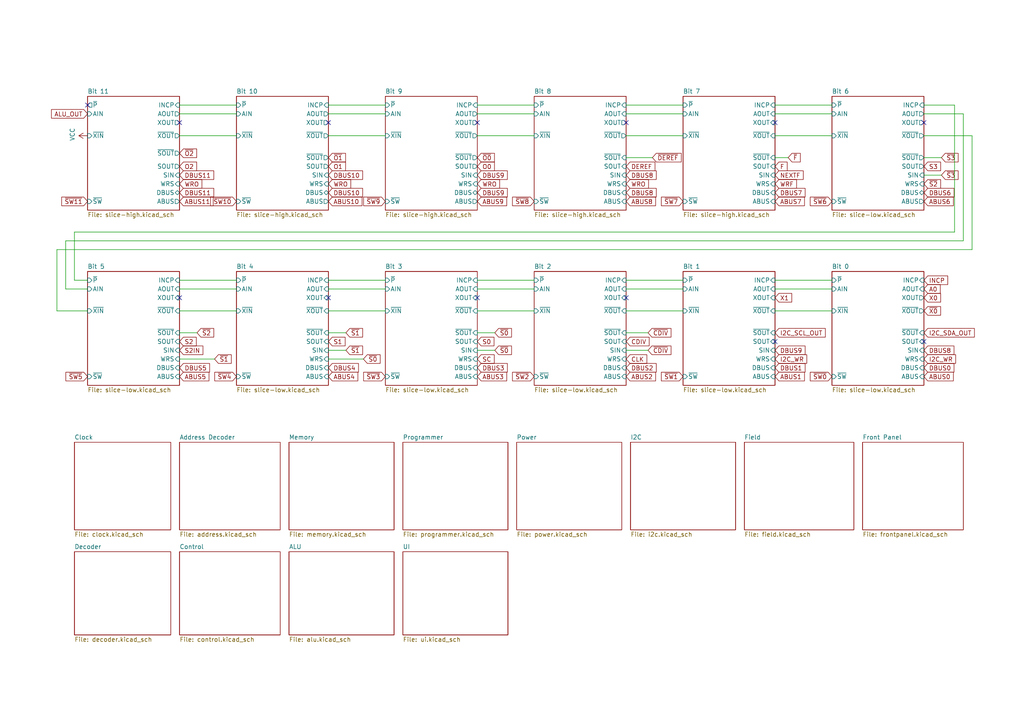
<source format=kicad_sch>
(kicad_sch (version 20211123) (generator eeschema)
  (paper "A4")
  (title_block (title "Q2 Computer") (date "2022-04-16") (rev "4c") (company "joewing.net"))
  (lib_symbols
    (symbol "power:VCC" (power) (pin_names (offset 0))
      (property "Value" "VCC" (at 0 3.81 0))
      (symbol "VCC_0_1"
        (polyline (pts (xy -0.762 1.27) (xy 0 2.54)))
        (polyline (pts (xy 0 0) (xy 0 2.54)))
        (polyline (pts (xy 0 2.54) (xy 0.762 1.27)))
      )
      (symbol "VCC_1_1"
        (pin power_in line (at 0 0 90) (length 0) hide (name "VCC") (number "1"))
      )
    )
  )
  (no_connect (at 95.25 86.36))
  (no_connect (at 52.07 86.36))
  (no_connect (at 52.07 35.56))
  (no_connect (at 95.25 35.56))
  (no_connect (at 25.4 30.48))
  (no_connect (at 224.79 35.56))
  (no_connect (at 267.97 35.56))
  (no_connect (at 224.79 99.06))
  (no_connect (at 267.97 99.06))
  (no_connect (at 181.61 86.36))
  (no_connect (at 181.61 35.56))
  (no_connect (at 138.43 86.36))
  (no_connect (at 138.43 35.56))
  (wire (pts (xy 224.79 81.28) (xy 241.3 81.28)))
  (wire (pts (xy 95.25 81.28) (xy 111.76 81.28)))
  (wire (pts (xy 19.05 69.85) (xy 279.4 69.85)))
  (wire (pts (xy 267.97 33.02) (xy 279.4 33.02)))
  (wire (pts (xy 154.94 90.17) (xy 138.43 90.17)))
  (wire (pts (xy 181.61 81.28) (xy 198.12 81.28)))
  (wire (pts (xy 198.12 83.82) (xy 181.61 83.82)))
  (wire (pts (xy 241.3 90.17) (xy 224.79 90.17)))
  (wire (pts (xy 241.3 39.37) (xy 224.79 39.37)))
  (wire (pts (xy 138.43 33.02) (xy 154.94 33.02)))
  (wire (pts (xy 111.76 90.17) (xy 95.25 90.17)))
  (wire (pts (xy 21.59 67.31) (xy 276.86 67.31)))
  (wire (pts (xy 62.23 104.14) (xy 52.07 104.14)))
  (wire (pts (xy 273.05 50.8) (xy 267.97 50.8)))
  (wire (pts (xy 154.94 83.82) (xy 138.43 83.82)))
  (wire (pts (xy 241.3 83.82) (xy 224.79 83.82)))
  (wire (pts (xy 154.94 39.37) (xy 138.43 39.37)))
  (wire (pts (xy 279.4 33.02) (xy 279.4 69.85)))
  (wire (pts (xy 105.41 104.14) (xy 95.25 104.14)))
  (wire (pts (xy 16.51 72.39) (xy 281.94 72.39)))
  (wire (pts (xy 100.33 101.6) (xy 95.25 101.6)))
  (wire (pts (xy 154.94 30.48) (xy 138.43 30.48)))
  (wire (pts (xy 189.23 45.72) (xy 181.61 45.72)))
  (wire (pts (xy 95.25 30.48) (xy 111.76 30.48)))
  (wire (pts (xy 181.61 30.48) (xy 198.12 30.48)))
  (wire (pts (xy 111.76 83.82) (xy 95.25 83.82)))
  (wire (pts (xy 19.05 83.82) (xy 19.05 69.85)))
  (wire (pts (xy 57.15 96.52) (xy 52.07 96.52)))
  (wire (pts (xy 228.6 45.72) (xy 224.79 45.72)))
  (wire (pts (xy 198.12 39.37) (xy 181.61 39.37)))
  (wire (pts (xy 187.96 96.52) (xy 181.61 96.52)))
  (wire (pts (xy 52.07 83.82) (xy 68.58 83.82)))
  (wire (pts (xy 68.58 33.02) (xy 52.07 33.02)))
  (wire (pts (xy 16.51 72.39) (xy 16.51 90.17)))
  (wire (pts (xy 143.51 101.6) (xy 138.43 101.6)))
  (wire (pts (xy 267.97 30.48) (xy 276.86 30.48)))
  (wire (pts (xy 273.05 45.72) (xy 267.97 45.72)))
  (wire (pts (xy 68.58 81.28) (xy 52.07 81.28)))
  (wire (pts (xy 52.07 30.48) (xy 68.58 30.48)))
  (wire (pts (xy 25.4 90.17) (xy 16.51 90.17)))
  (wire (pts (xy 68.58 90.17) (xy 52.07 90.17)))
  (wire (pts (xy 68.58 39.37) (xy 52.07 39.37)))
  (wire (pts (xy 25.4 81.28) (xy 21.59 81.28)))
  (wire (pts (xy 198.12 33.02) (xy 181.61 33.02)))
  (wire (pts (xy 224.79 33.02) (xy 241.3 33.02)))
  (wire (pts (xy 241.3 30.48) (xy 224.79 30.48)))
  (wire (pts (xy 267.97 39.37) (xy 281.94 39.37)))
  (wire (pts (xy 276.86 30.48) (xy 276.86 67.31)))
  (wire (pts (xy 111.76 39.37) (xy 95.25 39.37)))
  (wire (pts (xy 187.96 101.6) (xy 181.61 101.6)))
  (wire (pts (xy 138.43 81.28) (xy 154.94 81.28)))
  (wire (pts (xy 281.94 72.39) (xy 281.94 39.37)))
  (wire (pts (xy 25.4 83.82) (xy 19.05 83.82)))
  (wire (pts (xy 143.51 96.52) (xy 138.43 96.52)))
  (wire (pts (xy 21.59 81.28) (xy 21.59 67.31)))
  (wire (pts (xy 100.33 96.52) (xy 95.25 96.52)))
  (wire (pts (xy 198.12 90.17) (xy 181.61 90.17)))
  (wire (pts (xy 111.76 33.02) (xy 95.25 33.02)))
  (global_label "O2" (shape input) (at 52.07 48.26 0) (property "Intersheet References" "${INTERSHEET_REFS}" (effects hide)))
  (global_label "SC" (shape input) (at 138.43 104.14 0) (property "Intersheet References" "${INTERSHEET_REFS}" (effects hide)))
  (global_label "DBUS9" (shape input) (at 138.43 50.8 0) (property "Intersheet References" "${INTERSHEET_REFS}" (effects hide)))
  (global_label "~{CDIV}" (shape input) (at 187.96 96.52 0) (property "Intersheet References" "${INTERSHEET_REFS}" (effects hide)))
  (global_label "DBUS4" (shape input) (at 95.25 106.68 0) (property "Intersheet References" "${INTERSHEET_REFS}" (effects hide)))
  (global_label "ABUS6" (shape input) (at 267.97 58.42 0) (property "Intersheet References" "${INTERSHEET_REFS}" (effects hide)))
  (global_label "~{SW6}" (shape input) (at 241.3 58.42 180) (property "Intersheet References" "${INTERSHEET_REFS}" (effects hide)))
  (global_label "DBUS1" (shape input) (at 224.79 106.68 0) (property "Intersheet References" "${INTERSHEET_REFS}" (effects hide)))
  (global_label "DBUS2" (shape input) (at 181.61 106.68 0) (property "Intersheet References" "${INTERSHEET_REFS}" (effects hide)))
  (global_label "DBUS9" (shape input) (at 224.79 101.6 0) (property "Intersheet References" "${INTERSHEET_REFS}" (effects hide)))
  (global_label "S2" (shape input) (at 52.07 99.06 0) (property "Intersheet References" "${INTERSHEET_REFS}" (effects hide)))
  (global_label "ABUS11" (shape input) (at 52.07 58.42 0) (property "Intersheet References" "${INTERSHEET_REFS}" (effects hide)))
  (global_label "ABUS2" (shape input) (at 181.61 109.22 0) (property "Intersheet References" "${INTERSHEET_REFS}" (effects hide)))
  (global_label "DBUS11" (shape input) (at 52.07 55.88 0) (property "Intersheet References" "${INTERSHEET_REFS}" (effects hide)))
  (global_label "I2C_SDA_OUT" (shape input) (at 267.97 96.52 0) (property "Intersheet References" "${INTERSHEET_REFS}" (effects hide)))
  (global_label "DBUS7" (shape input) (at 224.79 55.88 0) (property "Intersheet References" "${INTERSHEET_REFS}" (effects hide)))
  (global_label "ABUS4" (shape input) (at 95.25 109.22 0) (property "Intersheet References" "${INTERSHEET_REFS}" (effects hide)))
  (global_label "DEREF" (shape input) (at 181.61 48.26 0) (property "Intersheet References" "${INTERSHEET_REFS}" (effects hide)))
  (global_label "~{S2}" (shape input) (at 57.15 96.52 0) (property "Intersheet References" "${INTERSHEET_REFS}" (effects hide)))
  (global_label "ABUS8" (shape input) (at 181.61 58.42 0) (property "Intersheet References" "${INTERSHEET_REFS}" (effects hide)))
  (global_label "DBUS8" (shape input) (at 181.61 50.8 0) (property "Intersheet References" "${INTERSHEET_REFS}" (effects hide)))
  (global_label "ABUS0" (shape input) (at 267.97 109.22 0) (property "Intersheet References" "${INTERSHEET_REFS}" (effects hide)))
  (global_label "I2C_SCL_OUT" (shape input) (at 224.79 96.52 0) (property "Intersheet References" "${INTERSHEET_REFS}" (effects hide)))
  (global_label "DBUS9" (shape input) (at 138.43 55.88 0) (property "Intersheet References" "${INTERSHEET_REFS}" (effects hide)))
  (global_label "DBUS8" (shape input) (at 267.97 101.6 0) (property "Intersheet References" "${INTERSHEET_REFS}" (effects hide)))
  (global_label "ABUS1" (shape input) (at 224.79 109.22 0) (property "Intersheet References" "${INTERSHEET_REFS}" (effects hide)))
  (global_label "DBUS10" (shape input) (at 95.25 50.8 0) (property "Intersheet References" "${INTERSHEET_REFS}" (effects hide)))
  (global_label "S2IN" (shape input) (at 52.07 101.6 0) (property "Intersheet References" "${INTERSHEET_REFS}" (effects hide)))
  (global_label "~{SW11}" (shape input) (at 25.4 58.42 180) (property "Intersheet References" "${INTERSHEET_REFS}" (effects hide)))
  (global_label "~{O1}" (shape input) (at 95.25 45.72 0) (property "Intersheet References" "${INTERSHEET_REFS}" (effects hide)))
  (global_label "~{S0}" (shape input) (at 143.51 101.6 0) (property "Intersheet References" "${INTERSHEET_REFS}" (effects hide)))
  (global_label "WRO" (shape input) (at 138.43 53.34 0) (property "Intersheet References" "${INTERSHEET_REFS}" (effects hide)))
  (global_label "~{S1}" (shape input) (at 100.33 96.52 0) (property "Intersheet References" "${INTERSHEET_REFS}" (effects hide)))
  (global_label "~{O2}" (shape input) (at 52.07 44.45 0) (property "Intersheet References" "${INTERSHEET_REFS}" (effects hide)))
  (global_label "~{S3}" (shape input) (at 273.05 50.8 0) (property "Intersheet References" "${INTERSHEET_REFS}" (effects hide)))
  (global_label "~{S1}" (shape input) (at 62.23 104.14 0) (property "Intersheet References" "${INTERSHEET_REFS}" (effects hide)))
  (global_label "~{CDIV}" (shape input) (at 187.96 101.6 0) (property "Intersheet References" "${INTERSHEET_REFS}" (effects hide)))
  (global_label "WRF" (shape input) (at 224.79 53.34 0) (property "Intersheet References" "${INTERSHEET_REFS}" (effects hide)))
  (global_label "NEXTF" (shape input) (at 224.79 50.8 0) (property "Intersheet References" "${INTERSHEET_REFS}" (effects hide)))
  (global_label "~{DEREF}" (shape input) (at 189.23 45.72 0) (property "Intersheet References" "${INTERSHEET_REFS}" (effects hide)))
  (global_label "~{SW7}" (shape input) (at 198.12 58.42 180) (property "Intersheet References" "${INTERSHEET_REFS}" (effects hide)))
  (global_label "DBUS8" (shape input) (at 181.61 55.88 0) (property "Intersheet References" "${INTERSHEET_REFS}" (effects hide)))
  (global_label "~{X0}" (shape input) (at 267.97 90.17 0) (property "Intersheet References" "${INTERSHEET_REFS}" (effects hide)))
  (global_label "~{SW8}" (shape input) (at 154.94 58.42 180) (property "Intersheet References" "${INTERSHEET_REFS}" (effects hide)))
  (global_label "~{S3}" (shape input) (at 273.05 45.72 0) (property "Intersheet References" "${INTERSHEET_REFS}" (effects hide)))
  (global_label "~{SW2}" (shape input) (at 154.94 109.22 180) (property "Intersheet References" "${INTERSHEET_REFS}" (effects hide)))
  (global_label "~{SW0}" (shape input) (at 241.3 109.22 180) (property "Intersheet References" "${INTERSHEET_REFS}" (effects hide)))
  (global_label "A0" (shape input) (at 267.97 83.82 0) (property "Intersheet References" "${INTERSHEET_REFS}" (effects hide)))
  (global_label "~{S2}" (shape input) (at 267.97 53.34 0) (property "Intersheet References" "${INTERSHEET_REFS}" (effects hide)))
  (global_label "X1" (shape input) (at 224.79 86.36 0) (property "Intersheet References" "${INTERSHEET_REFS}" (effects hide)))
  (global_label "I2C_WR" (shape input) (at 224.79 104.14 0) (property "Intersheet References" "${INTERSHEET_REFS}" (effects hide)))
  (global_label "CDIV" (shape input) (at 181.61 99.06 0) (property "Intersheet References" "${INTERSHEET_REFS}" (effects hide)))
  (global_label "S0" (shape input) (at 138.43 99.06 0) (property "Intersheet References" "${INTERSHEET_REFS}" (effects hide)))
  (global_label "WRO" (shape input) (at 95.25 53.34 0) (property "Intersheet References" "${INTERSHEET_REFS}" (effects hide)))
  (global_label "~{O0}" (shape input) (at 138.43 45.72 0) (property "Intersheet References" "${INTERSHEET_REFS}" (effects hide)))
  (global_label "F" (shape input) (at 224.79 48.26 0) (property "Intersheet References" "${INTERSHEET_REFS}" (effects hide)))
  (global_label "O1" (shape input) (at 95.25 48.26 0) (property "Intersheet References" "${INTERSHEET_REFS}" (effects hide)))
  (global_label "DBUS6" (shape input) (at 267.97 55.88 0) (property "Intersheet References" "${INTERSHEET_REFS}" (effects hide)))
  (global_label "S1" (shape input) (at 95.25 99.06 0) (property "Intersheet References" "${INTERSHEET_REFS}" (effects hide)))
  (global_label "~{F}" (shape input) (at 228.6 45.72 0) (property "Intersheet References" "${INTERSHEET_REFS}" (effects hide)))
  (global_label "INCP" (shape input) (at 267.97 81.28 0) (property "Intersheet References" "${INTERSHEET_REFS}" (effects hide)))
  (global_label "ABUS3" (shape input) (at 138.43 109.22 0) (property "Intersheet References" "${INTERSHEET_REFS}" (effects hide)))
  (global_label "~{SW5}" (shape input) (at 25.4 109.22 180) (property "Intersheet References" "${INTERSHEET_REFS}" (effects hide)))
  (global_label "X0" (shape input) (at 267.97 86.36 0) (property "Intersheet References" "${INTERSHEET_REFS}" (effects hide)))
  (global_label "DBUS10" (shape input) (at 95.25 55.88 0) (property "Intersheet References" "${INTERSHEET_REFS}" (effects hide)))
  (global_label "~{SW1}" (shape input) (at 198.12 109.22 180) (property "Intersheet References" "${INTERSHEET_REFS}" (effects hide)))
  (global_label "~{S0}" (shape input) (at 105.41 104.14 0) (property "Intersheet References" "${INTERSHEET_REFS}" (effects hide)))
  (global_label "WRO" (shape input) (at 181.61 53.34 0) (property "Intersheet References" "${INTERSHEET_REFS}" (effects hide)))
  (global_label "~{SW3}" (shape input) (at 111.76 109.22 180) (property "Intersheet References" "${INTERSHEET_REFS}" (effects hide)))
  (global_label "ABUS7" (shape input) (at 224.79 58.42 0) (property "Intersheet References" "${INTERSHEET_REFS}" (effects hide)))
  (global_label "~{S1}" (shape input) (at 100.33 101.6 0) (property "Intersheet References" "${INTERSHEET_REFS}" (effects hide)))
  (global_label "~{SW9}" (shape input) (at 111.76 58.42 180) (property "Intersheet References" "${INTERSHEET_REFS}" (effects hide)))
  (global_label "O0" (shape input) (at 138.43 48.26 0) (property "Intersheet References" "${INTERSHEET_REFS}" (effects hide)))
  (global_label "~{S0}" (shape input) (at 143.51 96.52 0) (property "Intersheet References" "${INTERSHEET_REFS}" (effects hide)))
  (global_label "ABUS9" (shape input) (at 138.43 58.42 0) (property "Intersheet References" "${INTERSHEET_REFS}" (effects hide)))
  (global_label "DBUS5" (shape input) (at 52.07 106.68 0) (property "Intersheet References" "${INTERSHEET_REFS}" (effects hide)))
  (global_label "ABUS10" (shape input) (at 95.25 58.42 0) (property "Intersheet References" "${INTERSHEET_REFS}" (effects hide)))
  (global_label "ALU_OUT" (shape input) (at 25.4 33.02 180) (property "Intersheet References" "${INTERSHEET_REFS}" (effects hide)))
  (global_label "DBUS3" (shape input) (at 138.43 106.68 0) (property "Intersheet References" "${INTERSHEET_REFS}" (effects hide)))
  (global_label "ABUS5" (shape input) (at 52.07 109.22 0) (property "Intersheet References" "${INTERSHEET_REFS}" (effects hide)))
  (global_label "~{SW10}" (shape input) (at 68.58 58.42 180) (property "Intersheet References" "${INTERSHEET_REFS}" (effects hide)))
  (global_label "DBUS11" (shape input) (at 52.07 50.8 0) (property "Intersheet References" "${INTERSHEET_REFS}" (effects hide)))
  (global_label "S3" (shape input) (at 267.97 48.26 0) (property "Intersheet References" "${INTERSHEET_REFS}" (effects hide)))
  (global_label "WRO" (shape input) (at 52.07 53.34 0) (property "Intersheet References" "${INTERSHEET_REFS}" (effects hide)))
  (global_label "DBUS0" (shape input) (at 267.97 106.68 0) (property "Intersheet References" "${INTERSHEET_REFS}" (effects hide)))
  (global_label "~{SW4}" (shape input) (at 68.58 109.22 180) (property "Intersheet References" "${INTERSHEET_REFS}" (effects hide)))
  (global_label "CLK" (shape input) (at 181.61 104.14 0) (property "Intersheet References" "${INTERSHEET_REFS}" (effects hide)))
  (global_label "I2C_WR" (shape input) (at 267.97 104.14 0) (property "Intersheet References" "${INTERSHEET_REFS}" (effects hide)))
  (symbol (lib_id "power:VCC") (at 25.4 39.37 90) (unit 1)
    (property "Reference" "#PWR01" (effects hide))
    (property "Value" "VCC" (at 21.0058 38.989 0))
  )
  (sheet (at 25.4 27.94) (size 26.67 33.02)
    (property "Sheet name" "Bit 11" (at 25.4 27.2284 0) (effects (justify left bottom)))
    (property "Sheet file" "slice-high.kicad_sch" (at 25.4 61.5446 0) (effects (justify left top)))
    (pin "SIN" input (at 52.07 50.8 0))
    (pin "WRS" input (at 52.07 53.34 0))
    (pin "SOUT" output (at 52.07 48.26 0))
    (pin "~{SOUT}" output (at 52.07 44.45 0))
    (pin "ABUS" output (at 52.07 58.42 0))
    (pin "DBUS" bidirectional (at 52.07 55.88 0))
    (pin "~{SW}" input (at 25.4 58.42 180))
    (pin "INCP" input (at 52.07 30.48 0))
    (pin "AIN" input (at 25.4 33.02 180))
    (pin "AOUT" output (at 52.07 33.02 0))
    (pin "~{XIN}" input (at 25.4 39.37 180))
    (pin "~{P}" output (at 25.4 30.48 180))
    (pin "~{XOUT}" output (at 52.07 39.37 0))
    (pin "XOUT" output (at 52.07 35.56 0))
  )
  (sheet (at 116.84 128.27) (size 30.48 25.4)
    (property "Sheet name" "Programmer" (at 116.84 127.5584 0) (effects (justify left bottom)))
    (property "Sheet file" "programmer.kicad_sch" (at 116.84 154.2546 0) (effects (justify left top)))
  )
  (sheet (at 68.58 27.94) (size 26.67 33.02)
    (property "Sheet name" "Bit 10" (at 68.58 27.2284 0) (effects (justify left bottom)))
    (property "Sheet file" "slice-high.kicad_sch" (at 68.58 61.5446 0) (effects (justify left top)))
    (pin "SIN" input (at 95.25 50.8 0))
    (pin "WRS" input (at 95.25 53.34 0))
    (pin "SOUT" output (at 95.25 48.26 0))
    (pin "~{SOUT}" output (at 95.25 45.72 0))
    (pin "ABUS" output (at 95.25 58.42 0))
    (pin "DBUS" bidirectional (at 95.25 55.88 0))
    (pin "~{SW}" input (at 68.58 58.42 180))
    (pin "INCP" input (at 95.25 30.48 0))
    (pin "AIN" input (at 68.58 33.02 180))
    (pin "AOUT" output (at 95.25 33.02 0))
    (pin "~{XIN}" input (at 68.58 39.37 180))
    (pin "~{P}" input (at 68.58 30.48 180))
    (pin "~{XOUT}" output (at 95.25 39.37 0))
    (pin "XOUT" output (at 95.25 35.56 0))
  )
  (sheet (at 116.84 160.02) (size 30.48 24.13)
    (property "Sheet name" "UI" (at 116.84 159.3084 0) (effects (justify left bottom)))
    (property "Sheet file" "ui.kicad_sch" (at 116.84 184.7346 0) (effects (justify left top)))
  )
  (sheet (at 111.76 27.94) (size 26.67 33.02)
    (property "Sheet name" "Bit 9" (at 111.76 27.2284 0) (effects (justify left bottom)))
    (property "Sheet file" "slice-high.kicad_sch" (at 111.76 61.5446 0) (effects (justify left top)))
    (pin "SIN" input (at 138.43 50.8 0))
    (pin "WRS" input (at 138.43 53.34 0))
    (pin "SOUT" output (at 138.43 48.26 0))
    (pin "~{SOUT}" output (at 138.43 45.72 0))
    (pin "ABUS" output (at 138.43 58.42 0))
    (pin "DBUS" bidirectional (at 138.43 55.88 0))
    (pin "~{SW}" input (at 111.76 58.42 180))
    (pin "INCP" input (at 138.43 30.48 0))
    (pin "AIN" input (at 111.76 33.02 180))
    (pin "AOUT" output (at 138.43 33.02 0))
    (pin "~{XIN}" input (at 111.76 39.37 180))
    (pin "~{P}" input (at 111.76 30.48 180))
    (pin "~{XOUT}" output (at 138.43 39.37 0))
    (pin "XOUT" output (at 138.43 35.56 0))
  )
  (sheet (at 154.94 27.94) (size 26.67 33.02)
    (property "Sheet name" "Bit 8" (at 154.94 27.2284 0) (effects (justify left bottom)))
    (property "Sheet file" "slice-high.kicad_sch" (at 154.94 61.5446 0) (effects (justify left top)))
    (pin "SIN" input (at 181.61 50.8 0))
    (pin "WRS" input (at 181.61 53.34 0))
    (pin "SOUT" input (at 181.61 48.26 0))
    (pin "~{SOUT}" input (at 181.61 45.72 0))
    (pin "ABUS" input (at 181.61 58.42 0))
    (pin "DBUS" input (at 181.61 55.88 0))
    (pin "~{SW}" input (at 154.94 58.42 180))
    (pin "INCP" input (at 181.61 30.48 0))
    (pin "AIN" input (at 154.94 33.02 180))
    (pin "AOUT" input (at 181.61 33.02 0))
    (pin "~{XIN}" input (at 154.94 39.37 180))
    (pin "~{P}" input (at 154.94 30.48 180))
    (pin "~{XOUT}" output (at 181.61 39.37 0))
    (pin "XOUT" output (at 181.61 35.56 0))
  )
  (sheet (at 198.12 27.94) (size 26.67 33.02)
    (property "Sheet name" "Bit 7" (at 198.12 27.2284 0) (effects (justify left bottom)))
    (property "Sheet file" "slice-high.kicad_sch" (at 198.12 61.5446 0) (effects (justify left top)))
    (pin "SIN" input (at 224.79 50.8 0))
    (pin "WRS" input (at 224.79 53.34 0))
    (pin "SOUT" input (at 224.79 48.26 0))
    (pin "~{SOUT}" input (at 224.79 45.72 0))
    (pin "ABUS" input (at 224.79 58.42 0))
    (pin "DBUS" input (at 224.79 55.88 0))
    (pin "~{SW}" input (at 198.12 58.42 180))
    (pin "INCP" input (at 224.79 30.48 0))
    (pin "AIN" input (at 198.12 33.02 180))
    (pin "AOUT" input (at 224.79 33.02 0))
    (pin "~{XIN}" input (at 198.12 39.37 180))
    (pin "~{P}" input (at 198.12 30.48 180))
    (pin "~{XOUT}" input (at 224.79 39.37 0))
    (pin "XOUT" input (at 224.79 35.56 0))
  )
  (sheet (at 68.58 78.74) (size 26.67 33.02)
    (property "Sheet name" "Bit 4" (at 68.58 78.0284 0) (effects (justify left bottom)))
    (property "Sheet file" "slice-low.kicad_sch" (at 68.58 112.3446 0) (effects (justify left top)))
    (pin "ABUS" input (at 95.25 109.22 0))
    (pin "DBUS" input (at 95.25 106.68 0))
    (pin "~{SW}" input (at 68.58 109.22 180))
    (pin "INCP" input (at 95.25 81.28 0))
    (pin "AIN" input (at 68.58 83.82 180))
    (pin "AOUT" input (at 95.25 83.82 0))
    (pin "~{XIN}" input (at 68.58 90.17 180))
    (pin "~{P}" input (at 68.58 81.28 180))
    (pin "~{XOUT}" input (at 95.25 90.17 0))
    (pin "XOUT" input (at 95.25 86.36 0))
    (pin "SIN" input (at 95.25 101.6 0))
    (pin "WRS" input (at 95.25 104.14 0))
    (pin "SOUT" input (at 95.25 99.06 0))
    (pin "~{SOUT}" input (at 95.25 96.52 0))
  )
  (sheet (at 111.76 78.74) (size 26.67 33.02)
    (property "Sheet name" "Bit 3" (at 111.76 78.0284 0) (effects (justify left bottom)))
    (property "Sheet file" "slice-low.kicad_sch" (at 111.76 112.3446 0) (effects (justify left top)))
    (pin "ABUS" input (at 138.43 109.22 0))
    (pin "DBUS" input (at 138.43 106.68 0))
    (pin "~{SW}" input (at 111.76 109.22 180))
    (pin "INCP" input (at 138.43 81.28 0))
    (pin "AIN" input (at 111.76 83.82 180))
    (pin "AOUT" input (at 138.43 83.82 0))
    (pin "~{XIN}" input (at 111.76 90.17 180))
    (pin "~{P}" input (at 111.76 81.28 180))
    (pin "~{XOUT}" input (at 138.43 90.17 0))
    (pin "XOUT" input (at 138.43 86.36 0))
    (pin "SIN" input (at 138.43 101.6 0))
    (pin "WRS" input (at 138.43 104.14 0))
    (pin "SOUT" input (at 138.43 99.06 0))
    (pin "~{SOUT}" input (at 138.43 96.52 0))
  )
  (sheet (at 154.94 78.74) (size 26.67 33.02)
    (property "Sheet name" "Bit 2" (at 154.94 78.0284 0) (effects (justify left bottom)))
    (property "Sheet file" "slice-low.kicad_sch" (at 154.94 112.3446 0) (effects (justify left top)))
    (pin "ABUS" input (at 181.61 109.22 0))
    (pin "DBUS" input (at 181.61 106.68 0))
    (pin "~{SW}" input (at 154.94 109.22 180))
    (pin "INCP" input (at 181.61 81.28 0))
    (pin "AIN" input (at 154.94 83.82 180))
    (pin "AOUT" input (at 181.61 83.82 0))
    (pin "~{XIN}" input (at 154.94 90.17 180))
    (pin "~{P}" input (at 154.94 81.28 180))
    (pin "~{XOUT}" input (at 181.61 90.17 0))
    (pin "XOUT" input (at 181.61 86.36 0))
    (pin "SIN" input (at 181.61 101.6 0))
    (pin "WRS" input (at 181.61 104.14 0))
    (pin "SOUT" input (at 181.61 99.06 0))
    (pin "~{SOUT}" input (at 181.61 96.52 0))
  )
  (sheet (at 198.12 78.74) (size 26.67 33.02)
    (property "Sheet name" "Bit 1" (at 198.12 78.0284 0) (effects (justify left bottom)))
    (property "Sheet file" "slice-low.kicad_sch" (at 198.12 112.3446 0) (effects (justify left top)))
    (pin "ABUS" input (at 224.79 109.22 0))
    (pin "DBUS" input (at 224.79 106.68 0))
    (pin "~{SW}" input (at 198.12 109.22 180))
    (pin "INCP" input (at 224.79 81.28 0))
    (pin "AIN" input (at 198.12 83.82 180))
    (pin "AOUT" input (at 224.79 83.82 0))
    (pin "~{XIN}" input (at 198.12 90.17 180))
    (pin "~{P}" input (at 198.12 81.28 180))
    (pin "~{XOUT}" input (at 224.79 90.17 0))
    (pin "XOUT" input (at 224.79 86.36 0))
    (pin "SIN" input (at 224.79 101.6 0))
    (pin "WRS" input (at 224.79 104.14 0))
    (pin "SOUT" input (at 224.79 99.06 0))
    (pin "~{SOUT}" input (at 224.79 96.52 0))
  )
  (sheet (at 241.3 78.74) (size 26.67 33.02)
    (property "Sheet name" "Bit 0" (at 241.3 78.0284 0) (effects (justify left bottom)))
    (property "Sheet file" "slice-low.kicad_sch" (at 241.3 112.3446 0) (effects (justify left top)))
    (pin "ABUS" input (at 267.97 109.22 0))
    (pin "DBUS" input (at 267.97 106.68 0))
    (pin "~{SW}" input (at 241.3 109.22 180))
    (pin "INCP" input (at 267.97 81.28 0))
    (pin "AIN" input (at 241.3 83.82 180))
    (pin "AOUT" input (at 267.97 83.82 0))
    (pin "~{XIN}" input (at 241.3 90.17 180))
    (pin "~{P}" input (at 241.3 81.28 180))
    (pin "~{XOUT}" output (at 267.97 90.17 0))
    (pin "XOUT" output (at 267.97 86.36 0))
    (pin "SIN" input (at 267.97 101.6 0))
    (pin "WRS" input (at 267.97 104.14 0))
    (pin "SOUT" input (at 267.97 99.06 0))
    (pin "~{SOUT}" input (at 267.97 96.52 0))
  )
  (sheet (at 21.59 128.27) (size 27.94 25.4)
    (property "Sheet name" "Clock" (at 21.59 127.5584 0) (effects (justify left bottom)))
    (property "Sheet file" "clock.kicad_sch" (at 21.59 154.2546 0) (effects (justify left top)))
  )
  (sheet (at 83.82 128.27) (size 30.48 25.4)
    (property "Sheet name" "Memory" (at 83.82 127.5584 0) (effects (justify left bottom)))
    (property "Sheet file" "memory.kicad_sch" (at 83.82 154.2546 0) (effects (justify left top)))
  )
  (sheet (at 149.86 128.27) (size 30.48 25.4)
    (property "Sheet name" "Power" (at 149.86 127.5584 0) (effects (justify left bottom)))
    (property "Sheet file" "power.kicad_sch" (at 149.86 154.2546 0) (effects (justify left top)))
  )
  (sheet (at 52.07 128.27) (size 29.21 25.4)
    (property "Sheet name" "Address Decoder" (at 52.07 127.5584 0) (effects (justify left bottom)))
    (property "Sheet file" "address.kicad_sch" (at 52.07 154.2546 0) (effects (justify left top)))
  )
  (sheet (at 182.88 128.27) (size 30.48 25.4)
    (property "Sheet name" "I2C" (at 182.88 127.5584 0) (effects (justify left bottom)))
    (property "Sheet file" "i2c.kicad_sch" (at 182.88 154.2546 0) (effects (justify left top)))
  )
  (sheet (at 21.59 160.02) (size 27.94 24.13)
    (property "Sheet name" "Decoder" (at 21.59 159.3084 0) (effects (justify left bottom)))
    (property "Sheet file" "decoder.kicad_sch" (at 21.59 184.7346 0) (effects (justify left top)))
  )
  (sheet (at 52.07 160.02) (size 29.21 24.13)
    (property "Sheet name" "Control" (at 52.07 159.3084 0) (effects (justify left bottom)))
    (property "Sheet file" "control.kicad_sch" (at 52.07 184.7346 0) (effects (justify left top)))
  )
  (sheet (at 250.19 128.27) (size 29.21 25.4)
    (property "Sheet name" "Front Panel" (at 250.19 127.5584 0) (effects (justify left bottom)))
    (property "Sheet file" "frontpanel.kicad_sch" (at 250.19 154.2546 0) (effects (justify left top)))
  )
  (sheet (at 83.82 160.02) (size 30.48 24.13)
    (property "Sheet name" "ALU" (at 83.82 159.3084 0) (effects (justify left bottom)))
    (property "Sheet file" "alu.kicad_sch" (at 83.82 184.7346 0) (effects (justify left top)))
  )
  (sheet (at 25.4 78.74) (size 26.67 33.02)
    (property "Sheet name" "Bit 5" (at 25.4 78.0284 0) (effects (justify left bottom)))
    (property "Sheet file" "slice-low.kicad_sch" (at 25.4 112.3446 0) (effects (justify left top)))
    (pin "ABUS" input (at 52.07 109.22 0))
    (pin "DBUS" input (at 52.07 106.68 0))
    (pin "~{SW}" input (at 25.4 109.22 180))
    (pin "INCP" input (at 52.07 81.28 0))
    (pin "AIN" input (at 25.4 83.82 180))
    (pin "AOUT" input (at 52.07 83.82 0))
    (pin "~{XIN}" input (at 25.4 90.17 180))
    (pin "~{P}" input (at 25.4 81.28 180))
    (pin "~{XOUT}" input (at 52.07 90.17 0))
    (pin "XOUT" input (at 52.07 86.36 0))
    (pin "SIN" input (at 52.07 101.6 0))
    (pin "WRS" input (at 52.07 104.14 0))
    (pin "SOUT" input (at 52.07 99.06 0))
    (pin "~{SOUT}" input (at 52.07 96.52 0))
  )
  (sheet (at 241.3 27.94) (size 26.67 33.02)
    (property "Sheet name" "Bit 6" (at 241.3 27.2284 0) (effects (justify left bottom)))
    (property "Sheet file" "slice-low.kicad_sch" (at 241.3 61.5446 0) (effects (justify left top)))
    (pin "ABUS" output (at 267.97 58.42 0))
    (pin "DBUS" bidirectional (at 267.97 55.88 0))
    (pin "~{SW}" input (at 241.3 58.42 180))
    (pin "INCP" input (at 267.97 30.48 0))
    (pin "AIN" input (at 241.3 33.02 180))
    (pin "AOUT" output (at 267.97 33.02 0))
    (pin "~{XIN}" input (at 241.3 39.37 180))
    (pin "~{P}" input (at 241.3 30.48 180))
    (pin "~{XOUT}" output (at 267.97 39.37 0))
    (pin "XOUT" output (at 267.97 35.56 0))
    (pin "SIN" input (at 267.97 50.8 0))
    (pin "WRS" input (at 267.97 53.34 0))
    (pin "SOUT" output (at 267.97 48.26 0))
    (pin "~{SOUT}" output (at 267.97 45.72 0))
  )
  (sheet (at 215.9 128.27) (size 31.75 25.4)
    (property "Sheet name" "Field" (at 215.9 127.5584 0) (effects (justify left bottom)))
    (property "Sheet file" "field.kicad_sch" (at 215.9 154.2546 0) (effects (justify left top)))
  )
)
</source>
